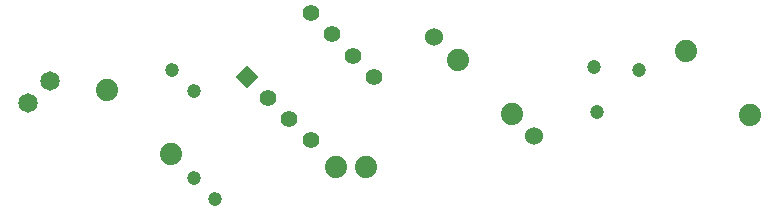
<source format=gbl>
G04 ---------------------------- Layer name :BOTTOM LAYER*
G04 easyEDA 0.1*
G04 Scale: 100 percent, Rotated: No, Reflected: No *
G04 Dimensions in inches *
G04 leading zeros omitted , absolute positions ,2 integer and 4 * 
%FSLAX24Y24*%
%MOIN*%
G90*
G70D02*

%ADD11C,0.074000*%
%ADD13C,0.065000*%
%ADD15C,0.047200*%
%ADD17C,0.047000*%
%ADD20C,0.055000*%
%ADD22C,0.060000*%

%LPD*%
G54D11*
G01X18751Y5365D03*
G01X17751Y5365D03*
G01X21822Y8934D03*
G01X23632Y7123D03*
G54D13*
G01X8209Y8226D03*
G01X7501Y7519D03*
G54D11*
G01X10123Y7932D03*
G01X12244Y5811D03*
G54D15*
G01X27864Y8605D03*
G01X26450Y7190D03*
G01X26365Y8690D03*
G54D17*
G01X13027Y5015D03*
G01X13735Y4309D03*
G01X13017Y7892D03*
G01X12306Y8600D03*
G36*
G01X14794Y8773D02*
G01X15182Y8384D01*
G01X14794Y7996D01*
G01X14405Y8384D01*
G01X14794Y8773D01*
G37*
G54D20*
G01X15500Y7673D03*
G01X16207Y6965D03*
G01X16915Y6259D03*
G01X19036Y8380D03*
G01X18328Y9088D03*
G01X17622Y9794D03*
G01X16915Y10501D03*
G54D22*
G01X24373Y6409D03*
G01X21027Y9703D03*
G54D11*
G01X31546Y7101D03*
G01X29423Y9223D03*
G01X18751Y5365D03*
G01X17751Y5365D03*
G01X21822Y8934D03*
G01X23632Y7123D03*
G54D13*
G01X8209Y8226D03*
G01X7501Y7519D03*
G54D11*
G01X10123Y7932D03*
G01X12244Y5811D03*
G54D15*
G01X27864Y8605D03*
G01X26450Y7190D03*
G01X26365Y8690D03*
G54D17*
G01X13027Y5015D03*
G01X13735Y4309D03*
G01X13017Y7892D03*
G01X12306Y8600D03*
G36*
G01X14794Y8773D02*
G01X15182Y8384D01*
G01X14794Y7996D01*
G01X14405Y8384D01*
G01X14794Y8773D01*
G37*
G54D20*
G01X15500Y7673D03*
G01X16207Y6965D03*
G01X16915Y6259D03*
G01X19036Y8380D03*
G01X18328Y9088D03*
G01X17622Y9794D03*
G01X16915Y10501D03*
G54D22*
G01X24373Y6409D03*
G01X21027Y9703D03*
G54D11*
G01X31546Y7101D03*
G01X29423Y9223D03*

M00*
M02*
</source>
